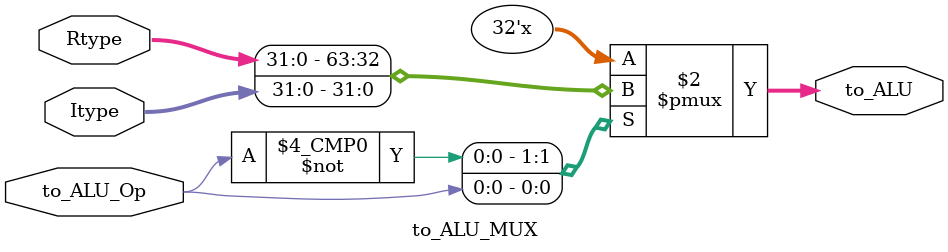
<source format=v>
`timescale 1ns / 1ps


module to_ALU_MUX(
input to_ALU_Op,
input [31:0] Rtype,Itype,
output reg [31:0] to_ALU 
    );
always@(*)
begin
case(to_ALU_Op)
    1'b0: to_ALU <= Rtype;
    1'b1: to_ALU <= Itype;
endcase
end
endmodule

</source>
